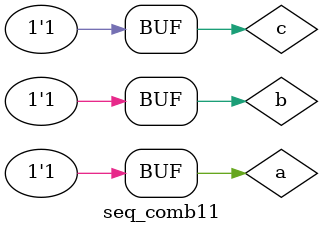
<source format=sv>
module seq_comb11;

// More interleavings between procedural processes
// and continuous assignments. Seems that all tested
// simulators print "111" here.

logic a, b;

wire c = b;

always_comb begin
 $display("a = c");
 a = c;
end

always_comb begin
 $display("b = 1");
 b = 1;
end

initial $monitor("%b%b%b", a, b, c);

endmodule

</source>
